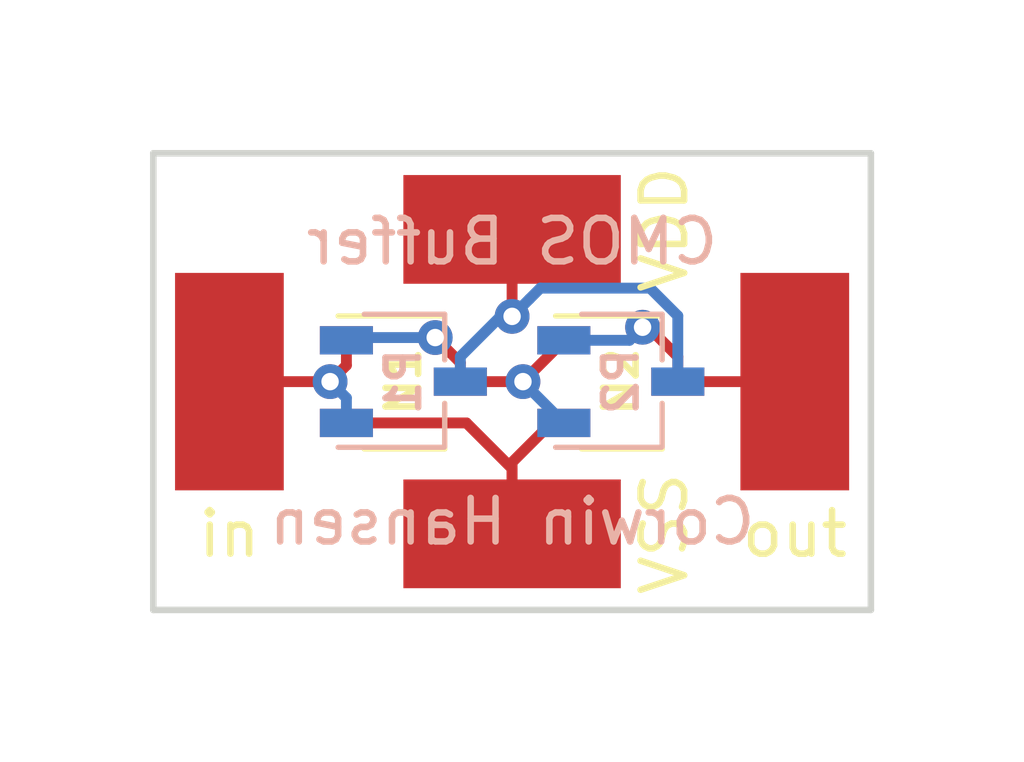
<source format=kicad_pcb>
(kicad_pcb (version 20171130) (host pcbnew "(5.0-dev-4115-gdd04bcb)")

  (general
    (thickness 1.6)
    (drawings 5)
    (tracks 41)
    (zones 0)
    (modules 8)
    (nets 6)
  )

  (page A4)
  (layers
    (0 F.Cu signal)
    (31 B.Cu signal)
    (32 B.Adhes user)
    (33 F.Adhes user)
    (34 B.Paste user)
    (35 F.Paste user)
    (36 B.SilkS user)
    (37 F.SilkS user)
    (38 B.Mask user)
    (39 F.Mask user)
    (40 Dwgs.User user)
    (41 Cmts.User user)
    (42 Eco1.User user)
    (43 Eco2.User user)
    (44 Edge.Cuts user)
    (45 Margin user)
    (46 B.CrtYd user)
    (47 F.CrtYd user)
    (48 B.Fab user)
    (49 F.Fab user)
  )

  (setup
    (last_trace_width 0.25)
    (trace_clearance 0.2)
    (zone_clearance 0.508)
    (zone_45_only no)
    (trace_min 0.2)
    (segment_width 0.2)
    (edge_width 0.15)
    (via_size 0.8)
    (via_drill 0.4)
    (via_min_size 0.4)
    (via_min_drill 0.3)
    (uvia_size 0.3)
    (uvia_drill 0.1)
    (uvias_allowed no)
    (uvia_min_size 0.2)
    (uvia_min_drill 0.1)
    (pcb_text_width 0.3)
    (pcb_text_size 1.5 1.5)
    (mod_edge_width 0.15)
    (mod_text_size 0.75 0.75)
    (mod_text_width 0.15)
    (pad_size 5 2.5)
    (pad_drill 0)
    (pad_to_mask_clearance 0.2)
    (aux_axis_origin 0 0)
    (visible_elements FFFFFF7F)
    (pcbplotparams
      (layerselection 0x010fc_ffffffff)
      (usegerberextensions false)
      (usegerberattributes false)
      (usegerberadvancedattributes false)
      (creategerberjobfile false)
      (excludeedgelayer true)
      (linewidth 0.100000)
      (plotframeref false)
      (viasonmask false)
      (mode 1)
      (useauxorigin false)
      (hpglpennumber 1)
      (hpglpenspeed 20)
      (hpglpendiameter 15)
      (psnegative false)
      (psa4output false)
      (plotreference true)
      (plotvalue true)
      (plotinvisibletext false)
      (padsonsilk false)
      (subtractmaskfromsilk false)
      (outputformat 1)
      (mirror false)
      (drillshape 0)
      (scaleselection 1)
      (outputdirectory ../gerber/))
  )

  (net 0 "")
  (net 1 /Buffer_1/in)
  (net 2 VDD)
  (net 3 VSS)
  (net 4 /Buffer_1/out)
  (net 5 /Buffer_1/Inv_2/in)

  (net_class Default "This is the default net class."
    (clearance 0.2)
    (trace_width 0.25)
    (via_dia 0.8)
    (via_drill 0.4)
    (uvia_dia 0.3)
    (uvia_drill 0.1)
    (add_net /Buffer_1/Inv_2/in)
    (add_net /Buffer_1/in)
    (add_net /Buffer_1/out)
    (add_net VDD)
    (add_net VSS)
  )

  (module Wire_Pads:SolderWirePad_single_SMD_5x10mm (layer F.Cu) (tedit 5AF22DB0) (tstamp 5AF22EC3)
    (at 155 116 90)
    (descr "Wire Pad, Square, SMD Pad,  5mm x 10mm,")
    (tags "MesurementPoint Square SMDPad 5mmx10mm ")
    (path /5AF21BFB)
    (attr smd)
    (fp_text reference J1 (at 0 -3.81 90) (layer F.SilkS) hide
      (effects (font (size 0.75 0.75) (thickness 0.15)))
    )
    (fp_text value in (at -3.5 0 180) (layer F.SilkS)
      (effects (font (size 1 1) (thickness 0.15)))
    )
    (fp_line (start -2.75 -5.25) (end -2.75 5.25) (layer F.CrtYd) (width 0.05))
    (fp_line (start -2.75 5.25) (end 2.75 5.25) (layer F.CrtYd) (width 0.05))
    (fp_line (start 2.75 5.25) (end 2.75 -5.25) (layer F.CrtYd) (width 0.05))
    (fp_line (start 2.75 -5.25) (end -2.75 -5.25) (layer F.CrtYd) (width 0.05))
    (pad 1 smd rect (at 0 0 90) (size 5 2.5) (layers F.Cu F.Paste F.Mask)
      (net 1 /Buffer_1/in))
  )

  (module Wire_Pads:SolderWirePad_single_SMD_5x10mm (layer F.Cu) (tedit 5AF22DB3) (tstamp 5AF22ECC)
    (at 161.5 112.5)
    (descr "Wire Pad, Square, SMD Pad,  5mm x 10mm,")
    (tags "MesurementPoint Square SMDPad 5mmx10mm ")
    (path /5AF21B03)
    (attr smd)
    (fp_text reference J2 (at 0 -3.81) (layer F.SilkS) hide
      (effects (font (size 0.75 0.75) (thickness 0.15)))
    )
    (fp_text value VDD (at 3.5 0 90) (layer F.SilkS)
      (effects (font (size 1 1) (thickness 0.15)))
    )
    (fp_line (start -2.75 -5.25) (end -2.75 5.25) (layer F.CrtYd) (width 0.05))
    (fp_line (start -2.75 5.25) (end 2.75 5.25) (layer F.CrtYd) (width 0.05))
    (fp_line (start 2.75 5.25) (end 2.75 -5.25) (layer F.CrtYd) (width 0.05))
    (fp_line (start 2.75 -5.25) (end -2.75 -5.25) (layer F.CrtYd) (width 0.05))
    (pad 1 smd rect (at 0 0) (size 5 2.5) (layers F.Cu F.Paste F.Mask)
      (net 2 VDD))
  )

  (module Wire_Pads:SolderWirePad_single_SMD_5x10mm (layer F.Cu) (tedit 5AF22DB9) (tstamp 5AF22ED5)
    (at 161.5 119.5)
    (descr "Wire Pad, Square, SMD Pad,  5mm x 10mm,")
    (tags "MesurementPoint Square SMDPad 5mmx10mm ")
    (path /5AF21B8A)
    (attr smd)
    (fp_text reference J3 (at 0 -3.81) (layer F.SilkS) hide
      (effects (font (size 0.75 0.75) (thickness 0.15)))
    )
    (fp_text value VSS (at 3.5 0 90) (layer F.SilkS)
      (effects (font (size 1 1) (thickness 0.15)))
    )
    (fp_line (start 2.75 -5.25) (end -2.75 -5.25) (layer F.CrtYd) (width 0.05))
    (fp_line (start 2.75 5.25) (end 2.75 -5.25) (layer F.CrtYd) (width 0.05))
    (fp_line (start -2.75 5.25) (end 2.75 5.25) (layer F.CrtYd) (width 0.05))
    (fp_line (start -2.75 -5.25) (end -2.75 5.25) (layer F.CrtYd) (width 0.05))
    (pad 1 smd rect (at 0 0) (size 5 2.5) (layers F.Cu F.Paste F.Mask)
      (net 3 VSS))
  )

  (module Wire_Pads:SolderWirePad_single_SMD_5x10mm (layer F.Cu) (tedit 5AF22DBE) (tstamp 5AF22EDE)
    (at 168 116 90)
    (descr "Wire Pad, Square, SMD Pad,  5mm x 10mm,")
    (tags "MesurementPoint Square SMDPad 5mmx10mm ")
    (path /5AF21C62)
    (attr smd)
    (fp_text reference J4 (at 0 -3.81 90) (layer F.SilkS) hide
      (effects (font (size 0.75 0.75) (thickness 0.15)))
    )
    (fp_text value out (at -3.5 0 180) (layer F.SilkS)
      (effects (font (size 1 1) (thickness 0.15)))
    )
    (fp_line (start 2.75 -5.25) (end -2.75 -5.25) (layer F.CrtYd) (width 0.05))
    (fp_line (start 2.75 5.25) (end 2.75 -5.25) (layer F.CrtYd) (width 0.05))
    (fp_line (start -2.75 5.25) (end 2.75 5.25) (layer F.CrtYd) (width 0.05))
    (fp_line (start -2.75 -5.25) (end -2.75 5.25) (layer F.CrtYd) (width 0.05))
    (pad 1 smd rect (at 0 0 90) (size 5 2.5) (layers F.Cu F.Paste F.Mask)
      (net 4 /Buffer_1/out))
  )

  (module TO_SOT_Packages_SMD:TSOT-23 (layer F.Cu) (tedit 5AF22DD6) (tstamp 5AF22EF3)
    (at 159 116)
    (descr "3-pin TSOT23 package, http://www.analog.com.tw/pdf/All_In_One.pdf")
    (tags TSOT-23)
    (path /5AF2257C/5AF2123E/5AEFF8F6)
    (attr smd)
    (fp_text reference N1 (at 0 0 270) (layer F.SilkS)
      (effects (font (size 0.75 0.75) (thickness 0.15)))
    )
    (fp_text value N (at 0 2.5) (layer F.Fab)
      (effects (font (size 1 1) (thickness 0.15)))
    )
    (fp_line (start 2.17 1.7) (end -2.17 1.7) (layer F.CrtYd) (width 0.05))
    (fp_line (start 2.17 1.7) (end 2.17 -1.7) (layer F.CrtYd) (width 0.05))
    (fp_line (start -2.17 -1.7) (end -2.17 1.7) (layer F.CrtYd) (width 0.05))
    (fp_line (start -2.17 -1.7) (end 2.17 -1.7) (layer F.CrtYd) (width 0.05))
    (fp_line (start 0.88 -1.45) (end 0.88 1.45) (layer F.Fab) (width 0.1))
    (fp_line (start 0.88 1.45) (end -0.88 1.45) (layer F.Fab) (width 0.1))
    (fp_line (start -0.88 -1) (end -0.88 1.45) (layer F.Fab) (width 0.1))
    (fp_line (start 0.88 -1.45) (end -0.43 -1.45) (layer F.Fab) (width 0.1))
    (fp_line (start -0.88 -1) (end -0.43 -1.45) (layer F.Fab) (width 0.1))
    (fp_line (start 0.93 -1.51) (end -1.5 -1.51) (layer F.SilkS) (width 0.12))
    (fp_line (start 0.95 -1.5) (end 0.95 -0.5) (layer F.SilkS) (width 0.12))
    (fp_line (start 0.95 1.55) (end -0.9 1.55) (layer F.SilkS) (width 0.12))
    (fp_line (start 0.95 0.5) (end 0.95 1.55) (layer F.SilkS) (width 0.12))
    (fp_text user %R (at 0 0 90) (layer F.Fab)
      (effects (font (size 0.5 0.5) (thickness 0.075)))
    )
    (pad 3 smd rect (at 1.31 0) (size 1.22 0.65) (layers F.Cu F.Paste F.Mask)
      (net 5 /Buffer_1/Inv_2/in))
    (pad 2 smd rect (at -1.31 0.95) (size 1.22 0.65) (layers F.Cu F.Paste F.Mask)
      (net 3 VSS))
    (pad 1 smd rect (at -1.31 -0.95) (size 1.22 0.65) (layers F.Cu F.Paste F.Mask)
      (net 1 /Buffer_1/in))
    (model ${KISYS3DMOD}/TO_SOT_Packages_SMD.3dshapes/TSOT-23.wrl
      (at (xyz 0 0 0))
      (scale (xyz 1 1 1))
      (rotate (xyz 0 0 0))
    )
  )

  (module TO_SOT_Packages_SMD:TSOT-23 (layer F.Cu) (tedit 5AF22DDB) (tstamp 5AF232C7)
    (at 164 116)
    (descr "3-pin TSOT23 package, http://www.analog.com.tw/pdf/All_In_One.pdf")
    (tags TSOT-23)
    (path /5AF2257C/5AF21754/5AEFF8F6)
    (attr smd)
    (fp_text reference N2 (at 0 0 90) (layer F.SilkS)
      (effects (font (size 0.75 0.75) (thickness 0.15)))
    )
    (fp_text value N (at 0 2.5) (layer F.Fab)
      (effects (font (size 1 1) (thickness 0.15)))
    )
    (fp_line (start 2.17 1.7) (end -2.17 1.7) (layer F.CrtYd) (width 0.05))
    (fp_line (start 2.17 1.7) (end 2.17 -1.7) (layer F.CrtYd) (width 0.05))
    (fp_line (start -2.17 -1.7) (end -2.17 1.7) (layer F.CrtYd) (width 0.05))
    (fp_line (start -2.17 -1.7) (end 2.17 -1.7) (layer F.CrtYd) (width 0.05))
    (fp_line (start 0.88 -1.45) (end 0.88 1.45) (layer F.Fab) (width 0.1))
    (fp_line (start 0.88 1.45) (end -0.88 1.45) (layer F.Fab) (width 0.1))
    (fp_line (start -0.88 -1) (end -0.88 1.45) (layer F.Fab) (width 0.1))
    (fp_line (start 0.88 -1.45) (end -0.43 -1.45) (layer F.Fab) (width 0.1))
    (fp_line (start -0.88 -1) (end -0.43 -1.45) (layer F.Fab) (width 0.1))
    (fp_line (start 0.93 -1.51) (end -1.5 -1.51) (layer F.SilkS) (width 0.12))
    (fp_line (start 0.95 -1.5) (end 0.95 -0.5) (layer F.SilkS) (width 0.12))
    (fp_line (start 0.95 1.55) (end -0.9 1.55) (layer F.SilkS) (width 0.12))
    (fp_line (start 0.95 0.5) (end 0.95 1.55) (layer F.SilkS) (width 0.12))
    (fp_text user %R (at 0 0 90) (layer F.Fab)
      (effects (font (size 0.5 0.5) (thickness 0.075)))
    )
    (pad 3 smd rect (at 1.31 0) (size 1.22 0.65) (layers F.Cu F.Paste F.Mask)
      (net 4 /Buffer_1/out))
    (pad 2 smd rect (at -1.31 0.95) (size 1.22 0.65) (layers F.Cu F.Paste F.Mask)
      (net 3 VSS))
    (pad 1 smd rect (at -1.31 -0.95) (size 1.22 0.65) (layers F.Cu F.Paste F.Mask)
      (net 5 /Buffer_1/Inv_2/in))
    (model ${KISYS3DMOD}/TO_SOT_Packages_SMD.3dshapes/TSOT-23.wrl
      (at (xyz 0 0 0))
      (scale (xyz 1 1 1))
      (rotate (xyz 0 0 0))
    )
  )

  (module TO_SOT_Packages_SMD:TSOT-23 (layer B.Cu) (tedit 5AF22DCD) (tstamp 5AF23080)
    (at 159 116)
    (descr "3-pin TSOT23 package, http://www.analog.com.tw/pdf/All_In_One.pdf")
    (tags TSOT-23)
    (path /5AF2257C/5AF2123E/5AEFFAFC)
    (attr smd)
    (fp_text reference P1 (at 0 0 90) (layer B.SilkS)
      (effects (font (size 0.75 0.75) (thickness 0.15)) (justify mirror))
    )
    (fp_text value P (at 0 -2.5) (layer B.Fab)
      (effects (font (size 1 1) (thickness 0.15)) (justify mirror))
    )
    (fp_text user %R (at 0 0 -90) (layer B.Fab)
      (effects (font (size 0.5 0.5) (thickness 0.075)) (justify mirror))
    )
    (fp_line (start 0.95 -0.5) (end 0.95 -1.55) (layer B.SilkS) (width 0.12))
    (fp_line (start 0.95 -1.55) (end -0.9 -1.55) (layer B.SilkS) (width 0.12))
    (fp_line (start 0.95 1.5) (end 0.95 0.5) (layer B.SilkS) (width 0.12))
    (fp_line (start 0.93 1.51) (end -1.5 1.51) (layer B.SilkS) (width 0.12))
    (fp_line (start -0.88 1) (end -0.43 1.45) (layer B.Fab) (width 0.1))
    (fp_line (start 0.88 1.45) (end -0.43 1.45) (layer B.Fab) (width 0.1))
    (fp_line (start -0.88 1) (end -0.88 -1.45) (layer B.Fab) (width 0.1))
    (fp_line (start 0.88 -1.45) (end -0.88 -1.45) (layer B.Fab) (width 0.1))
    (fp_line (start 0.88 1.45) (end 0.88 -1.45) (layer B.Fab) (width 0.1))
    (fp_line (start -2.17 1.7) (end 2.17 1.7) (layer B.CrtYd) (width 0.05))
    (fp_line (start -2.17 1.7) (end -2.17 -1.7) (layer B.CrtYd) (width 0.05))
    (fp_line (start 2.17 -1.7) (end 2.17 1.7) (layer B.CrtYd) (width 0.05))
    (fp_line (start 2.17 -1.7) (end -2.17 -1.7) (layer B.CrtYd) (width 0.05))
    (pad 1 smd rect (at -1.31 0.95) (size 1.22 0.65) (layers B.Cu B.Paste B.Mask)
      (net 1 /Buffer_1/in))
    (pad 2 smd rect (at -1.31 -0.95) (size 1.22 0.65) (layers B.Cu B.Paste B.Mask)
      (net 5 /Buffer_1/Inv_2/in))
    (pad 3 smd rect (at 1.31 0) (size 1.22 0.65) (layers B.Cu B.Paste B.Mask)
      (net 2 VDD))
    (model ${KISYS3DMOD}/TO_SOT_Packages_SMD.3dshapes/TSOT-23.wrl
      (at (xyz 0 0 0))
      (scale (xyz 1 1 1))
      (rotate (xyz 0 0 0))
    )
  )

  (module TO_SOT_Packages_SMD:TSOT-23 (layer B.Cu) (tedit 58CE4E80) (tstamp 5AF22F32)
    (at 164 116)
    (descr "3-pin TSOT23 package, http://www.analog.com.tw/pdf/All_In_One.pdf")
    (tags TSOT-23)
    (path /5AF2257C/5AF21754/5AEFFAFC)
    (attr smd)
    (fp_text reference P2 (at 0 0 90) (layer B.SilkS)
      (effects (font (size 0.75 0.75) (thickness 0.15)) (justify mirror))
    )
    (fp_text value P (at 0 -2.5) (layer B.Fab)
      (effects (font (size 1 1) (thickness 0.15)) (justify mirror))
    )
    (fp_text user %R (at 0 0 -90) (layer B.Fab)
      (effects (font (size 0.5 0.5) (thickness 0.075)) (justify mirror))
    )
    (fp_line (start 0.95 -0.5) (end 0.95 -1.55) (layer B.SilkS) (width 0.12))
    (fp_line (start 0.95 -1.55) (end -0.9 -1.55) (layer B.SilkS) (width 0.12))
    (fp_line (start 0.95 1.5) (end 0.95 0.5) (layer B.SilkS) (width 0.12))
    (fp_line (start 0.93 1.51) (end -1.5 1.51) (layer B.SilkS) (width 0.12))
    (fp_line (start -0.88 1) (end -0.43 1.45) (layer B.Fab) (width 0.1))
    (fp_line (start 0.88 1.45) (end -0.43 1.45) (layer B.Fab) (width 0.1))
    (fp_line (start -0.88 1) (end -0.88 -1.45) (layer B.Fab) (width 0.1))
    (fp_line (start 0.88 -1.45) (end -0.88 -1.45) (layer B.Fab) (width 0.1))
    (fp_line (start 0.88 1.45) (end 0.88 -1.45) (layer B.Fab) (width 0.1))
    (fp_line (start -2.17 1.7) (end 2.17 1.7) (layer B.CrtYd) (width 0.05))
    (fp_line (start -2.17 1.7) (end -2.17 -1.7) (layer B.CrtYd) (width 0.05))
    (fp_line (start 2.17 -1.7) (end 2.17 1.7) (layer B.CrtYd) (width 0.05))
    (fp_line (start 2.17 -1.7) (end -2.17 -1.7) (layer B.CrtYd) (width 0.05))
    (pad 1 smd rect (at -1.31 0.95) (size 1.22 0.65) (layers B.Cu B.Paste B.Mask)
      (net 5 /Buffer_1/Inv_2/in))
    (pad 2 smd rect (at -1.31 -0.95) (size 1.22 0.65) (layers B.Cu B.Paste B.Mask)
      (net 4 /Buffer_1/out))
    (pad 3 smd rect (at 1.31 0) (size 1.22 0.65) (layers B.Cu B.Paste B.Mask)
      (net 2 VDD))
    (model ${KISYS3DMOD}/TO_SOT_Packages_SMD.3dshapes/TSOT-23.wrl
      (at (xyz 0 0 0))
      (scale (xyz 1 1 1))
      (rotate (xyz 0 0 0))
    )
  )

  (gr_text "CMOS Buffer\n\n\n\nCorwin Hansen" (at 161.5 116) (layer B.SilkS)
    (effects (font (size 1 1) (thickness 0.15)) (justify mirror))
  )
  (gr_line (start 169.75 110.75) (end 153.25 110.75) (layer Edge.Cuts) (width 0.15))
  (gr_line (start 169.75 121.25) (end 169.75 110.75) (layer Edge.Cuts) (width 0.15))
  (gr_line (start 153.25 121.25) (end 169.75 121.25) (layer Edge.Cuts) (width 0.15))
  (gr_line (start 153.25 110.75) (end 153.25 121.25) (layer Edge.Cuts) (width 0.15))

  (segment (start 157.69 116.95) (end 157.69 116.375) (width 0.25) (layer B.Cu) (net 1))
  (segment (start 157.69 116.375) (end 157.315 116) (width 0.25) (layer B.Cu) (net 1))
  (via (at 157.315 116) (size 0.8) (drill 0.4) (layers F.Cu B.Cu) (net 1))
  (segment (start 155 116) (end 157.315 116) (width 0.25) (layer F.Cu) (net 1))
  (segment (start 157.315 116) (end 157.69 115.625) (width 0.25) (layer F.Cu) (net 1))
  (segment (start 157.69 115.625) (end 157.69 115.05) (width 0.25) (layer F.Cu) (net 1))
  (segment (start 161.235 114.5) (end 161.50001 114.5) (width 0.25) (layer B.Cu) (net 2))
  (segment (start 160.31 115.425) (end 161.235 114.5) (width 0.25) (layer B.Cu) (net 2))
  (segment (start 160.31 116) (end 160.31 115.425) (width 0.25) (layer B.Cu) (net 2))
  (segment (start 161.900009 114.100001) (end 161.50001 114.5) (width 0.25) (layer B.Cu) (net 2))
  (segment (start 162.150008 113.850002) (end 161.900009 114.100001) (width 0.25) (layer B.Cu) (net 2))
  (segment (start 164.673008 113.850002) (end 162.150008 113.850002) (width 0.25) (layer B.Cu) (net 2))
  (segment (start 165.31 116) (end 165.31 114.486994) (width 0.25) (layer B.Cu) (net 2))
  (segment (start 165.31 114.486994) (end 164.673008 113.850002) (width 0.25) (layer B.Cu) (net 2))
  (segment (start 161.5 112.5) (end 161.5 114.49999) (width 0.25) (layer F.Cu) (net 2))
  (segment (start 161.5 114.49999) (end 161.50001 114.5) (width 0.25) (layer F.Cu) (net 2))
  (via (at 161.50001 114.5) (size 0.8) (drill 0.4) (layers F.Cu B.Cu) (net 2))
  (segment (start 161.5 119.5) (end 161.5 117.855) (width 0.25) (layer F.Cu) (net 3))
  (segment (start 161.5 117.855) (end 162.405 116.95) (width 0.25) (layer F.Cu) (net 3))
  (segment (start 162.405 116.95) (end 162.69 116.95) (width 0.25) (layer F.Cu) (net 3))
  (segment (start 157.69 116.95) (end 160.45 116.95) (width 0.25) (layer F.Cu) (net 3))
  (segment (start 160.45 116.95) (end 161.5 118) (width 0.25) (layer F.Cu) (net 3))
  (segment (start 161.5 118) (end 161.5 119.5) (width 0.25) (layer F.Cu) (net 3))
  (segment (start 164.635003 114.750003) (end 164.499997 114.750003) (width 0.25) (layer F.Cu) (net 4))
  (segment (start 165.31 116) (end 165.31 115.425) (width 0.25) (layer F.Cu) (net 4))
  (segment (start 165.31 115.425) (end 164.635003 114.750003) (width 0.25) (layer F.Cu) (net 4))
  (segment (start 162.69 115.05) (end 164.2 115.05) (width 0.25) (layer B.Cu) (net 4))
  (via (at 164.499997 114.750003) (size 0.8) (drill 0.4) (layers F.Cu B.Cu) (net 4))
  (segment (start 164.2 115.05) (end 164.499997 114.750003) (width 0.25) (layer B.Cu) (net 4))
  (segment (start 165.31 116) (end 168 116) (width 0.25) (layer F.Cu) (net 4))
  (segment (start 160.31 116) (end 161.75 116) (width 0.25) (layer F.Cu) (net 5))
  (segment (start 161.75 116) (end 161.75 116.01) (width 0.25) (layer B.Cu) (net 5))
  (segment (start 161.75 116.01) (end 162.69 116.95) (width 0.25) (layer B.Cu) (net 5))
  (segment (start 162.69 115.05) (end 162.69 115.06) (width 0.25) (layer F.Cu) (net 5))
  (segment (start 162.69 115.06) (end 161.75 116) (width 0.25) (layer F.Cu) (net 5))
  (via (at 161.75 116) (size 0.8) (drill 0.4) (layers F.Cu B.Cu) (net 5))
  (segment (start 159.732484 114.986707) (end 157.753293 114.986707) (width 0.25) (layer B.Cu) (net 5))
  (segment (start 157.753293 114.986707) (end 157.69 115.05) (width 0.25) (layer B.Cu) (net 5))
  (segment (start 160.31 116) (end 160.31 115.564223) (width 0.25) (layer F.Cu) (net 5))
  (segment (start 160.31 115.564223) (end 159.732484 114.986707) (width 0.25) (layer F.Cu) (net 5))
  (via (at 159.732484 114.986707) (size 0.8) (drill 0.4) (layers F.Cu B.Cu) (net 5))

)

</source>
